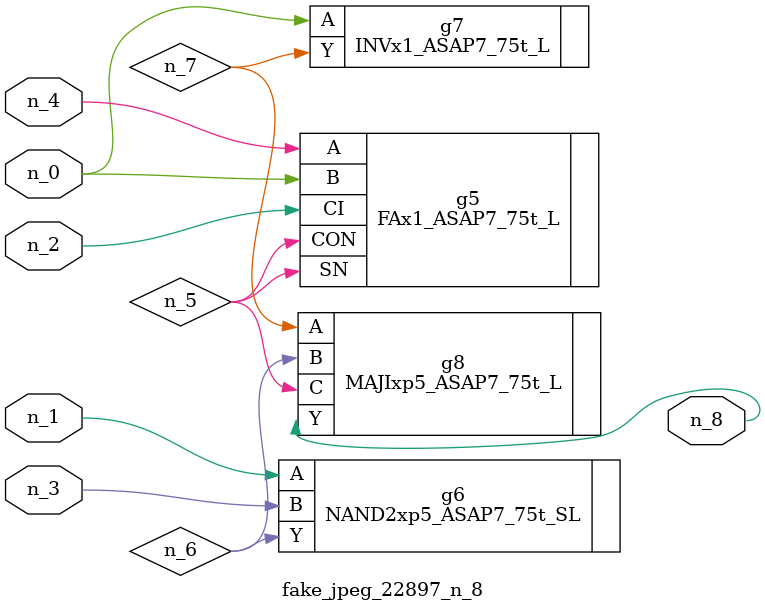
<source format=v>
module fake_jpeg_22897_n_8 (n_3, n_2, n_1, n_0, n_4, n_8);

input n_3;
input n_2;
input n_1;
input n_0;
input n_4;

output n_8;

wire n_6;
wire n_5;
wire n_7;

FAx1_ASAP7_75t_L g5 ( 
.A(n_4),
.B(n_0),
.CI(n_2),
.CON(n_5),
.SN(n_5)
);

NAND2xp5_ASAP7_75t_SL g6 ( 
.A(n_1),
.B(n_3),
.Y(n_6)
);

INVx1_ASAP7_75t_L g7 ( 
.A(n_0),
.Y(n_7)
);

MAJIxp5_ASAP7_75t_L g8 ( 
.A(n_7),
.B(n_6),
.C(n_5),
.Y(n_8)
);


endmodule
</source>
